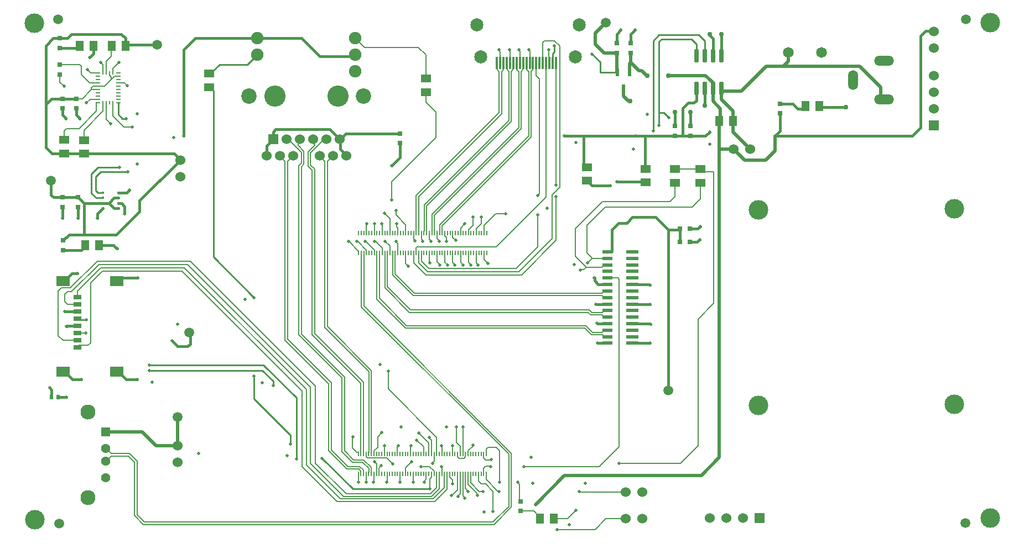
<source format=gtl>
G04*
G04 #@! TF.GenerationSoftware,Altium Limited,Altium Designer,24.2.2 (26)*
G04*
G04 Layer_Physical_Order=1*
G04 Layer_Color=255*
%FSLAX44Y44*%
%MOMM*%
G71*
G04*
G04 #@! TF.SameCoordinates,645CA30E-D4FA-4833-928D-5676ED25105E*
G04*
G04*
G04 #@! TF.FilePolarity,Positive*
G04*
G01*
G75*
%ADD12C,0.5080*%
%ADD14C,0.2540*%
%ADD18R,0.2000X0.7000*%
%ADD19R,0.8000X0.8000*%
%ADD20R,1.2000X1.5000*%
%ADD21R,0.3000X1.9000*%
%ADD22R,0.8000X0.8000*%
%ADD23R,1.5000X1.2000*%
%ADD24R,1.8500X0.6000*%
%ADD25R,1.6500X0.6000*%
%ADD26R,0.6000X0.7000*%
%ADD27R,0.6000X1.2500*%
%ADD28R,1.2000X0.8000*%
%ADD29R,2.0000X1.5000*%
G04:AMPARAMS|DCode=30|XSize=1.97mm|YSize=0.6mm|CornerRadius=0.075mm|HoleSize=0mm|Usage=FLASHONLY|Rotation=270.000|XOffset=0mm|YOffset=0mm|HoleType=Round|Shape=RoundedRectangle|*
%AMROUNDEDRECTD30*
21,1,1.9700,0.4500,0,0,270.0*
21,1,1.8200,0.6000,0,0,270.0*
1,1,0.1500,-0.2250,-0.9100*
1,1,0.1500,-0.2250,0.9100*
1,1,0.1500,0.2250,0.9100*
1,1,0.1500,0.2250,-0.9100*
%
%ADD30ROUNDEDRECTD30*%
%ADD31R,0.6750X0.2500*%
%ADD32R,0.2500X0.5750*%
%ADD33R,0.4000X0.4000*%
%ADD66C,1.5000*%
%ADD68C,0.3810*%
%ADD69C,0.2032*%
%ADD70O,3.0160X1.5080*%
%ADD71O,1.5080X3.0160*%
%ADD72C,1.5240*%
%ADD73R,1.5240X1.5240*%
%ADD74C,3.2512*%
%ADD75C,1.9050*%
%ADD76C,2.3622*%
%ADD77C,1.9950*%
%ADD78C,1.6500*%
%ADD79C,1.4280*%
%ADD80R,1.5240X1.5240*%
%ADD81C,2.3000*%
%ADD82R,1.4280X1.4280*%
%ADD83C,0.5080*%
%ADD84C,3.0000*%
%ADD85C,0.7620*%
%ADD86C,3.0000*%
D12*
X1177290Y725612D02*
Y739140D01*
X1169228Y717550D02*
X1177290Y725612D01*
X1169228Y717550D02*
X1286510D01*
X1143000D02*
X1169228D01*
X1104900Y679450D02*
X1143000Y717550D01*
X1318466Y671059D02*
Y685594D01*
X1286510Y717550D02*
X1318466Y685594D01*
Y671059D02*
X1323085Y666440D01*
X1323340D01*
X1061720Y683960D02*
Y692080D01*
Y664210D02*
Y683960D01*
X132410Y156920D02*
X188520D01*
X1074420Y683960D02*
Y685230D01*
Y679910D02*
Y683960D01*
X952602Y711172D02*
X960195Y703580D01*
X960882D01*
X935990Y723900D02*
X948718Y711172D01*
X952602D01*
X1043940Y90170D02*
X1071540Y117770D01*
X834390Y90170D02*
X1043940D01*
X789940Y45720D02*
X834390Y90170D01*
X1071540Y117770D02*
Y590550D01*
X188520Y156920D02*
X209550Y135890D01*
X242570D01*
Y180340D01*
X1142564Y574040D02*
X1156970Y588446D01*
Y610870D01*
X1109980Y574040D02*
X1142564D01*
X1093470Y590550D02*
X1109980Y574040D01*
X1092200Y617220D02*
X1118870Y590550D01*
X1092200Y617220D02*
Y631190D01*
X1092540Y631530D02*
Y633730D01*
X1092200Y631190D02*
X1092540Y631530D01*
X1071540Y590550D02*
Y633730D01*
Y590550D02*
X1093470D01*
X1071540Y633730D02*
X1073150Y635340D01*
Y652780D01*
X1061720Y664210D02*
X1073150Y652780D01*
X881380Y751840D02*
Y768350D01*
X897890Y784860D01*
X881380Y751840D02*
X895350Y737870D01*
X914400D01*
X924560Y671830D02*
X932180Y664210D01*
X934720D01*
X993140Y703580D02*
X1050265D01*
X1057277Y696568D01*
Y696523D02*
Y696568D01*
Y696523D02*
X1061720Y692080D01*
X1074420Y666750D02*
Y679910D01*
X1074880Y679450D01*
X1104900D01*
X934080Y721990D02*
X935990Y723900D01*
Y737870D01*
X1074420Y666750D02*
X1092540Y648630D01*
Y635000D02*
Y648630D01*
X934080Y708460D02*
Y721990D01*
X1264285Y655955D02*
X1264920Y655320D01*
X924560Y671830D02*
Y683460D01*
X914400Y737870D02*
X914720Y737550D01*
Y708780D02*
Y737550D01*
Y708780D02*
X915040Y708460D01*
D14*
X415290Y138430D02*
Y152400D01*
X359410Y208280D02*
X415290Y152400D01*
X359410Y208280D02*
Y242570D01*
X979170Y647700D02*
Y755650D01*
Y627380D02*
Y647700D01*
X980440Y646430D02*
X986790D01*
X979170Y647700D02*
X980440Y646430D01*
X979170Y755650D02*
X982980Y759460D01*
X1028592D01*
X970280Y618490D02*
Y756920D01*
X979170Y765810D01*
X373874Y259856D02*
X424180Y209550D01*
Y115570D02*
Y209550D01*
X510540Y69850D02*
X628650D01*
X463550Y116840D02*
X510540Y69850D01*
X388620Y228600D02*
Y234950D01*
X372110Y251460D02*
X388620Y234950D01*
X199390Y251460D02*
X372110D01*
X157480Y637540D02*
X163830D01*
X151520Y643500D02*
X157480Y637540D01*
X198896Y259856D02*
X373874D01*
X816250Y736870D02*
X819150Y739770D01*
Y749300D01*
X816250Y722550D02*
Y736870D01*
X306300Y720430D02*
X349082D01*
X290830Y706460D02*
X292330D01*
X306300Y720430D01*
X124460Y556260D02*
X166370D01*
X116840Y548640D02*
X124460Y556260D01*
X110490Y552450D02*
X120650Y562610D01*
X153670D01*
X297060Y425570D02*
X359410Y363220D01*
X297060Y425570D02*
Y680730D01*
X888800Y708460D02*
Y724100D01*
X876300Y736600D02*
X888800Y724100D01*
X986790Y646430D02*
X994410Y638810D01*
X151520Y643500D02*
Y662030D01*
X979170Y765810D02*
X1040130D01*
X1028592Y759460D02*
X1036320Y751732D01*
Y734630D02*
Y751732D01*
X1040130Y765810D02*
X1049020Y756920D01*
Y734630D02*
Y756920D01*
X290830Y685460D02*
X292330D01*
X297060Y680730D01*
X349082Y720430D02*
X363982Y735330D01*
X888800Y708460D02*
X915040D01*
X88900Y330630D02*
X90600Y328930D01*
X110490Y523240D02*
Y552450D01*
X116840Y527050D02*
Y548640D01*
X90600Y328930D02*
X102870D01*
X110490Y523240D02*
X117920Y515810D01*
X116840Y527050D02*
X120080Y523810D01*
X117920Y515810D02*
X127700D01*
X120080Y523810D02*
X127700D01*
D18*
X519430Y431480D02*
D03*
Y462280D02*
D03*
X523430Y431480D02*
D03*
Y462280D02*
D03*
X527430Y431480D02*
D03*
Y462280D02*
D03*
X531430Y431480D02*
D03*
Y462280D02*
D03*
X535430Y431480D02*
D03*
Y462280D02*
D03*
X539430Y431480D02*
D03*
Y462280D02*
D03*
X543430Y431480D02*
D03*
Y462280D02*
D03*
X547430Y431480D02*
D03*
Y462280D02*
D03*
X551430Y431480D02*
D03*
Y462280D02*
D03*
X555430Y431480D02*
D03*
Y462280D02*
D03*
X559430Y431480D02*
D03*
Y462280D02*
D03*
X563430Y431480D02*
D03*
Y462280D02*
D03*
X567430Y431480D02*
D03*
Y462280D02*
D03*
X571430Y431480D02*
D03*
Y462280D02*
D03*
X575430Y431480D02*
D03*
Y462280D02*
D03*
X579430Y431480D02*
D03*
Y462280D02*
D03*
X583430Y431480D02*
D03*
Y462280D02*
D03*
X587430Y431480D02*
D03*
Y462280D02*
D03*
X591430Y431480D02*
D03*
Y462280D02*
D03*
X595430Y431480D02*
D03*
Y462280D02*
D03*
X599430Y431480D02*
D03*
Y462280D02*
D03*
X603430Y431480D02*
D03*
Y462280D02*
D03*
X607430Y431480D02*
D03*
Y462280D02*
D03*
X611430Y431480D02*
D03*
Y462280D02*
D03*
X615430Y431480D02*
D03*
Y462280D02*
D03*
X619430Y431480D02*
D03*
Y462280D02*
D03*
X623430Y431480D02*
D03*
Y462280D02*
D03*
X627430Y431480D02*
D03*
Y462280D02*
D03*
X631430Y431480D02*
D03*
Y462280D02*
D03*
X635430Y431480D02*
D03*
Y462280D02*
D03*
X639430Y431480D02*
D03*
Y462280D02*
D03*
X643430Y431480D02*
D03*
Y462280D02*
D03*
X647430Y431480D02*
D03*
Y462280D02*
D03*
X651430Y431480D02*
D03*
Y462280D02*
D03*
X655430Y431480D02*
D03*
Y462280D02*
D03*
X659430Y431480D02*
D03*
Y462280D02*
D03*
X663430Y431480D02*
D03*
Y462280D02*
D03*
X667430Y431480D02*
D03*
Y462280D02*
D03*
X671430Y431480D02*
D03*
Y462280D02*
D03*
X675430Y431480D02*
D03*
Y462280D02*
D03*
X679430Y431480D02*
D03*
Y462280D02*
D03*
X683430Y431480D02*
D03*
Y462280D02*
D03*
X687430Y431480D02*
D03*
Y462280D02*
D03*
X691430Y431480D02*
D03*
Y462280D02*
D03*
X695430Y431480D02*
D03*
Y462280D02*
D03*
X699430Y431480D02*
D03*
Y462280D02*
D03*
X703430Y431480D02*
D03*
Y462280D02*
D03*
X707430Y431480D02*
D03*
Y462280D02*
D03*
X711430Y431480D02*
D03*
Y462280D02*
D03*
X715430Y431480D02*
D03*
Y462280D02*
D03*
X518810Y92710D02*
D03*
Y123510D02*
D03*
X522810Y92710D02*
D03*
Y123510D02*
D03*
X526810Y92710D02*
D03*
Y123510D02*
D03*
X530810Y92710D02*
D03*
Y123510D02*
D03*
X534810Y92710D02*
D03*
Y123510D02*
D03*
X538810Y92710D02*
D03*
Y123510D02*
D03*
X542810Y92710D02*
D03*
Y123510D02*
D03*
X546810Y92710D02*
D03*
Y123510D02*
D03*
X550810Y92710D02*
D03*
Y123510D02*
D03*
X554810Y92710D02*
D03*
Y123510D02*
D03*
X558810Y92710D02*
D03*
Y123510D02*
D03*
X562810Y92710D02*
D03*
Y123510D02*
D03*
X566810Y92710D02*
D03*
Y123510D02*
D03*
X570810Y92710D02*
D03*
Y123510D02*
D03*
X574810Y92710D02*
D03*
Y123510D02*
D03*
X578810Y92710D02*
D03*
Y123510D02*
D03*
X582810Y92710D02*
D03*
Y123510D02*
D03*
X586810Y92710D02*
D03*
Y123510D02*
D03*
X590810Y92710D02*
D03*
Y123510D02*
D03*
X594810Y92710D02*
D03*
Y123510D02*
D03*
X598810Y92710D02*
D03*
Y123510D02*
D03*
X602810Y92710D02*
D03*
Y123510D02*
D03*
X606810Y92710D02*
D03*
Y123510D02*
D03*
X610810Y92710D02*
D03*
Y123510D02*
D03*
X614810Y92710D02*
D03*
Y123510D02*
D03*
X618810Y92710D02*
D03*
Y123510D02*
D03*
X622810Y92710D02*
D03*
Y123510D02*
D03*
X626810Y92710D02*
D03*
Y123510D02*
D03*
X630810Y92710D02*
D03*
Y123510D02*
D03*
X634810Y92710D02*
D03*
Y123510D02*
D03*
X638810Y92710D02*
D03*
Y123510D02*
D03*
X642810Y92710D02*
D03*
Y123510D02*
D03*
X646810Y92710D02*
D03*
Y123510D02*
D03*
X650810Y92710D02*
D03*
Y123510D02*
D03*
X654810Y92710D02*
D03*
Y123510D02*
D03*
X658810Y92710D02*
D03*
Y123510D02*
D03*
X662810Y92710D02*
D03*
Y123510D02*
D03*
X666810Y92710D02*
D03*
Y123510D02*
D03*
X670810Y92710D02*
D03*
Y123510D02*
D03*
X674810Y92710D02*
D03*
Y123510D02*
D03*
X678810Y92710D02*
D03*
Y123510D02*
D03*
X682810Y92710D02*
D03*
Y123510D02*
D03*
X686810Y92710D02*
D03*
Y123510D02*
D03*
X690810Y92710D02*
D03*
Y123510D02*
D03*
X694810Y92710D02*
D03*
Y123510D02*
D03*
X698810Y92710D02*
D03*
Y123510D02*
D03*
X702810Y92710D02*
D03*
Y123510D02*
D03*
X706810Y92710D02*
D03*
Y123510D02*
D03*
X710810Y92710D02*
D03*
Y123510D02*
D03*
X714810Y92710D02*
D03*
Y123510D02*
D03*
D19*
X767080Y35680D02*
D03*
Y50680D02*
D03*
X1011040Y448310D02*
D03*
X1026040D02*
D03*
X1011160Y468630D02*
D03*
X1026160D02*
D03*
X1164590Y660280D02*
D03*
Y645280D02*
D03*
X62230Y760610D02*
D03*
Y745610D02*
D03*
X67310Y435730D02*
D03*
Y450730D02*
D03*
D20*
X797220Y24130D02*
D03*
X818220D02*
D03*
X1224620Y656590D02*
D03*
X1203620D02*
D03*
X122260Y443230D02*
D03*
X101260D02*
D03*
X92710Y749300D02*
D03*
X113710D02*
D03*
X1071540Y633730D02*
D03*
X1092540D02*
D03*
X162900Y749300D02*
D03*
X141900D02*
D03*
D21*
X731250Y722550D02*
D03*
X736250D02*
D03*
X741250D02*
D03*
X746250D02*
D03*
X751250D02*
D03*
X756250D02*
D03*
X761250D02*
D03*
X766250D02*
D03*
X771250D02*
D03*
X781250D02*
D03*
X791250D02*
D03*
X796250D02*
D03*
X801250D02*
D03*
X806250D02*
D03*
X811250D02*
D03*
X816250D02*
D03*
X821250D02*
D03*
X786250D02*
D03*
X776250D02*
D03*
D22*
X90170Y516650D02*
D03*
Y501650D02*
D03*
X66040Y516650D02*
D03*
Y501650D02*
D03*
X935990Y737870D02*
D03*
Y752870D02*
D03*
X914400Y737870D02*
D03*
Y752870D02*
D03*
X1027430Y610990D02*
D03*
Y625990D02*
D03*
X1003300Y610990D02*
D03*
Y625990D02*
D03*
X66040Y652900D02*
D03*
Y667900D02*
D03*
X62230Y719970D02*
D03*
Y704970D02*
D03*
X87630Y652900D02*
D03*
Y667900D02*
D03*
X582930Y614560D02*
D03*
Y599560D02*
D03*
D23*
X1042670Y560070D02*
D03*
Y539070D02*
D03*
X1003300Y560070D02*
D03*
Y539070D02*
D03*
X99060Y604520D02*
D03*
Y583520D02*
D03*
X290830Y706460D02*
D03*
Y685460D02*
D03*
X622300Y677840D02*
D03*
Y698840D02*
D03*
X958850Y539410D02*
D03*
Y560410D02*
D03*
X868680Y541950D02*
D03*
Y562950D02*
D03*
X68580Y604860D02*
D03*
Y583860D02*
D03*
D24*
X937930Y293070D02*
D03*
Y303070D02*
D03*
Y313070D02*
D03*
Y323070D02*
D03*
Y333070D02*
D03*
Y343070D02*
D03*
Y353070D02*
D03*
Y363070D02*
D03*
Y373070D02*
D03*
Y383070D02*
D03*
Y393070D02*
D03*
Y403070D02*
D03*
Y413070D02*
D03*
Y423070D02*
D03*
Y433070D02*
D03*
D25*
X900430Y293070D02*
D03*
Y323070D02*
D03*
Y353070D02*
D03*
Y363070D02*
D03*
Y373070D02*
D03*
Y383070D02*
D03*
Y393070D02*
D03*
Y403070D02*
D03*
Y413070D02*
D03*
Y423070D02*
D03*
Y433070D02*
D03*
Y313070D02*
D03*
Y303070D02*
D03*
Y343070D02*
D03*
Y333070D02*
D03*
D26*
X59690Y210820D02*
D03*
X49690D02*
D03*
D27*
X934080Y708460D02*
D03*
X915040D02*
D03*
X924560Y683460D02*
D03*
D28*
X88900Y286630D02*
D03*
Y297630D02*
D03*
Y308630D02*
D03*
Y319630D02*
D03*
Y330630D02*
D03*
Y341630D02*
D03*
Y352630D02*
D03*
Y363630D02*
D03*
D29*
X66900Y388330D02*
D03*
X148900D02*
D03*
Y249430D02*
D03*
X66900D02*
D03*
D30*
X1074420Y733360D02*
D03*
X1061720D02*
D03*
X1049020D02*
D03*
X1036320D02*
D03*
Y683960D02*
D03*
X1049020D02*
D03*
X1061720D02*
D03*
X1074420D02*
D03*
D31*
X151520Y702030D02*
D03*
Y697030D02*
D03*
Y692030D02*
D03*
Y687030D02*
D03*
Y682030D02*
D03*
Y677030D02*
D03*
Y672030D02*
D03*
Y667030D02*
D03*
Y662030D02*
D03*
X120260D02*
D03*
Y667030D02*
D03*
Y672030D02*
D03*
Y677030D02*
D03*
Y682030D02*
D03*
Y687030D02*
D03*
Y692030D02*
D03*
Y697030D02*
D03*
Y702030D02*
D03*
Y707030D02*
D03*
X151520D02*
D03*
D32*
X143390Y661400D02*
D03*
X138390D02*
D03*
X133390D02*
D03*
X128390D02*
D03*
Y707660D02*
D03*
X133390D02*
D03*
X138390D02*
D03*
X143390D02*
D03*
D33*
X151700Y499810D02*
D03*
Y507810D02*
D03*
Y515810D02*
D03*
Y523810D02*
D03*
X127700D02*
D03*
Y515810D02*
D03*
Y507810D02*
D03*
Y499810D02*
D03*
D66*
X897890Y784860D02*
D03*
X993140Y220980D02*
D03*
X242570Y180340D02*
D03*
X48260Y542290D02*
D03*
X210820Y750570D02*
D03*
X260350Y309880D02*
D03*
X1449070Y789940D02*
D03*
X1447800Y17780D02*
D03*
X60960Y16510D02*
D03*
X59690Y789940D02*
D03*
D68*
X107950Y731520D02*
X113710Y737280D01*
Y749300D01*
X868680Y541950D02*
X870180D01*
X874275Y536902D02*
Y537855D01*
X876507Y534670D02*
X904240D01*
X870180Y541950D02*
X874275Y537855D01*
Y536902D02*
X876507Y534670D01*
X882650Y353060D02*
X882655Y353065D01*
X900425D01*
X900430Y353070D01*
X959780Y541020D02*
X960120Y540680D01*
X914400Y541020D02*
X959780D01*
X1386840Y772160D02*
X1398270D01*
X1399540Y770890D01*
X1379220Y764540D02*
X1386840Y772160D01*
X1379220Y623570D02*
Y764540D01*
X1366520Y610870D02*
X1379220Y623570D01*
X1156970Y610870D02*
X1366520D01*
X883920Y323850D02*
X884264D01*
X885044Y323070D01*
X880110Y393700D02*
X880353Y393457D01*
Y388721D02*
X886004Y383070D01*
X880353Y388721D02*
Y393457D01*
X886004Y383070D02*
X900430D01*
X885044Y323070D02*
X900430D01*
X885190Y293370D02*
X885340Y293220D01*
X900280D01*
X900430Y293070D01*
X236900Y583520D02*
X246380Y574040D01*
X68920Y583520D02*
X236900D01*
X233680Y297180D02*
X242570Y288290D01*
X257810D01*
X1037246Y448310D02*
X1041056Y452120D01*
X1041400D01*
X1026040Y448310D02*
X1037246D01*
X1026160Y468630D02*
X1038516D01*
X1042326Y472440D01*
X1042670D01*
X1011100Y468570D02*
X1011160Y468630D01*
X1009890Y467360D02*
X1011100Y468570D01*
X993140Y467360D02*
X1009890D01*
X1011100Y448370D02*
Y468570D01*
X1011040Y448310D02*
X1011100Y448370D01*
X993140Y220980D02*
Y467360D01*
X938530Y486410D02*
X974090D01*
X993140Y467360D01*
X184150Y495300D02*
Y511810D01*
X246380Y574040D01*
X1036320Y683960D02*
Y685230D01*
Y665480D02*
Y683960D01*
X929640Y477520D02*
X938530Y486410D01*
X929397Y477277D02*
X929640Y477520D01*
X363982Y760730D02*
X431800D01*
X269240D02*
X363982D01*
X151700Y523810D02*
X164056D01*
X937930Y383070D02*
X964056D01*
X964856Y382270D01*
X965200D01*
X937935Y353065D02*
X965195D01*
X965200Y353060D01*
X937930Y353070D02*
X937935Y353065D01*
X965636Y323070D02*
X966126Y322580D01*
X937930Y323070D02*
X965636D01*
X966126Y322580D02*
X966470D01*
X965050Y293220D02*
X965200Y293370D01*
X938080Y293220D02*
X965050D01*
X937930Y293070D02*
X938080Y293220D01*
X906775Y467355D02*
X916697Y477277D01*
X929397D01*
X900430Y433070D02*
X905680D01*
X906775Y434165D01*
Y467355D01*
X154270Y393700D02*
X181610D01*
X164056Y523810D02*
X168566Y528320D01*
X168910D01*
X144970Y499810D02*
X151700D01*
X136970Y507810D02*
X144970Y499810D01*
X935990Y767080D02*
X942340Y773430D01*
X935990Y752870D02*
Y767080D01*
X914400Y752870D02*
Y767080D01*
X920750Y773430D01*
X582930Y577850D02*
Y599560D01*
X570230Y565150D02*
X582930Y577850D01*
X491154Y590276D02*
X500126Y581304D01*
X489966Y605790D02*
X491154Y604602D01*
Y590276D02*
Y604602D01*
X500126Y580390D02*
Y581304D01*
X251460Y742950D02*
X269240Y760730D01*
X148590Y459740D02*
X184150Y495300D01*
X251460Y610870D02*
Y742950D01*
X431800Y760730D02*
X459740Y732790D01*
X378206Y580390D02*
Y595630D01*
X388366Y605790D01*
Y616966D02*
X392430Y621030D01*
X388366Y605790D02*
Y616966D01*
X392430Y621030D02*
X474726D01*
X489966Y605790D01*
X491045D02*
X499935Y614680D01*
X489966Y605790D02*
X491045D01*
X1050410Y610990D02*
X1056640Y617220D01*
X1027430Y610990D02*
X1050410D01*
X1027430Y625990D02*
Y647700D01*
X59690Y210820D02*
X72390D01*
X49650Y210860D02*
X49690Y210820D01*
Y221746D01*
X46990Y224446D02*
X49690Y221746D01*
X46990Y224446D02*
Y224790D01*
X81340Y237490D02*
X95250D01*
X163340D02*
X180340D01*
X151400Y249430D02*
X163340Y237490D01*
X65920Y668020D02*
X66040Y667900D01*
X87630D01*
X62230Y745610D02*
X89020D01*
X62230Y760610D02*
X73540D01*
X89020Y745610D02*
X92710Y749300D01*
X1199810Y652780D02*
X1203620Y656590D01*
X1156970Y610870D02*
X1164590Y618490D01*
Y660280D02*
X1183760D01*
X1191260Y652780D01*
X1199810D01*
X1164590Y618490D02*
Y645280D01*
X957580Y610930D02*
X1003240D01*
X1003300Y610990D01*
X1015365D01*
X1027430D01*
X1003300Y625990D02*
Y647700D01*
X1015365Y610990D02*
Y653415D01*
X1023620Y661670D01*
X1032510D01*
X1036320Y665480D01*
X1049020Y657860D02*
Y685230D01*
X1056640Y764674D02*
Y767080D01*
Y764674D02*
X1061720Y759594D01*
Y734630D02*
Y759594D01*
X1074420Y734630D02*
Y767080D01*
X1224620Y656590D02*
X1225890Y655320D01*
X1264920D01*
X257810Y288290D02*
X261620Y292100D01*
X260350Y309880D02*
X261620Y308610D01*
Y292100D02*
Y308610D01*
X40640Y749300D02*
X51950Y760610D01*
X40640Y659130D02*
Y749300D01*
X51950Y760610D02*
X62230D01*
X40640Y593090D02*
Y659130D01*
X73540Y760610D02*
X80010Y767080D01*
X40640Y659130D02*
X49530Y668020D01*
X40640Y593090D02*
X49870Y583860D01*
X80010Y767080D02*
X156210D01*
X162900Y760390D01*
Y749300D02*
X164170Y750570D01*
X162900D02*
Y760390D01*
X459740Y732790D02*
X511810D01*
X514350Y735330D01*
X499935Y614680D02*
X582810D01*
X582930Y614560D01*
X164170Y750570D02*
X210820D01*
X156495Y507715D02*
X161290Y502920D01*
Y491490D02*
Y502920D01*
X119623Y485383D02*
Y491733D01*
X127700Y499810D01*
X122260Y443230D02*
X144436D01*
X149516Y438150D01*
X149860D01*
X99060Y459740D02*
X148590D01*
X151700Y507810D02*
X151795Y507715D01*
X156495D01*
X127700Y507810D02*
X136970D01*
X144970Y515810D02*
X151700D01*
X136970Y507810D02*
X144970Y515810D01*
X87630Y642964D02*
Y652900D01*
Y642964D02*
X92710Y637884D01*
Y637540D02*
Y637884D01*
X834390Y610870D02*
X863600D01*
Y567045D02*
Y610870D01*
Y567045D02*
X867695Y562950D01*
X868680D01*
X863600Y610870D02*
X943610D01*
X943670Y610930D01*
X957580D01*
Y564220D02*
Y610930D01*
Y564220D02*
X960120Y561680D01*
X73594Y319630D02*
X88900D01*
X66900Y249430D02*
X69400D01*
X72390Y318770D02*
X72734D01*
X73594Y319630D01*
X69400Y249430D02*
X81340Y237490D01*
X66900Y388330D02*
X69400D01*
X66040Y485140D02*
Y501650D01*
X90170Y516650D02*
X99060Y507760D01*
X90170Y485140D02*
Y501650D01*
X99060Y459740D02*
Y507760D01*
X119380Y485140D02*
X119623Y485383D01*
X95260Y435730D02*
X101260Y441730D01*
Y443230D01*
X71120Y637540D02*
Y637884D01*
X66040Y642964D02*
Y652900D01*
Y642964D02*
X71120Y637884D01*
X49530Y668020D02*
X65920D01*
X148900Y249430D02*
X151400D01*
X69850Y341630D02*
X88900D01*
X148900Y388330D02*
X154270Y393700D01*
X127650Y507760D02*
X127700Y507810D01*
X66040Y516650D02*
X90170D01*
X99060Y507760D02*
X127650D01*
X52310Y516650D02*
X66040D01*
X48260Y520700D02*
X52310Y516650D01*
X46990Y541020D02*
X48260Y539750D01*
Y520700D02*
Y539750D01*
X46990Y541020D02*
Y543560D01*
X68580Y583860D02*
X68920Y583520D01*
X49870Y583860D02*
X68580D01*
X69400Y388330D02*
X80877Y399807D01*
X67310Y435730D02*
X95260D01*
X80877Y399807D02*
X88657D01*
X88900Y400050D01*
X67310Y450730D02*
X76320Y459740D01*
X99060D01*
D69*
X527335Y350235D02*
Y399620D01*
X523525Y348657D02*
X749300Y122882D01*
X523525Y348657D02*
Y399620D01*
X527335D02*
Y428917D01*
X749300Y43180D02*
Y122882D01*
X527335Y350235D02*
X753110Y124460D01*
Y41602D02*
Y124460D01*
X534905Y126073D02*
Y249647D01*
X467741Y316811D02*
X534905Y249647D01*
X471551Y318389D02*
X538715Y251225D01*
Y126073D02*
Y251225D01*
X897763Y313070D02*
X900430D01*
X872363Y314499D02*
X876982Y309880D01*
X891990D01*
X895180Y313070D01*
X897763D01*
X866823Y320040D02*
X872363Y314499D01*
X876173Y340360D02*
X892470D01*
X892683Y340573D01*
X872363Y344170D02*
X876173Y340360D01*
X892085Y369975D02*
X895180Y373070D01*
X871011Y369975D02*
X890061D01*
X892085D01*
X788670D02*
X871011D01*
X662495Y59690D02*
X670810Y68005D01*
Y92710D01*
X453390Y109220D02*
Y227330D01*
X500380Y62230D02*
X629612D01*
X453390Y109220D02*
X500380Y62230D01*
X445770Y109220D02*
X496570Y58420D01*
X631190D01*
X445770Y109220D02*
Y226060D01*
X439420Y106680D02*
Y222250D01*
Y106680D02*
X491490Y54610D01*
X650810Y71690D02*
Y92710D01*
X633730Y54610D02*
X650810Y71690D01*
X491490Y54610D02*
X633730D01*
X654810Y69340D02*
Y92710D01*
X486410Y50800D02*
X636270D01*
X433070Y104140D02*
Y219710D01*
X636270Y50800D02*
X654810Y69340D01*
X433070Y104140D02*
X486410Y50800D01*
X642810Y70040D02*
Y92710D01*
X638810Y71428D02*
Y92710D01*
X629612Y62230D02*
X638810Y71428D01*
X631190Y58420D02*
X642810Y70040D01*
X627831Y104140D02*
X634794Y97177D01*
X614680Y104140D02*
X627831D01*
X634794Y92726D02*
Y97177D01*
Y92726D02*
X634810Y92710D01*
X628650Y69850D02*
Y85090D01*
X630810Y87250D02*
Y92710D01*
X628650Y85090D02*
X630810Y87250D01*
X662940Y77470D02*
Y83253D01*
X658826Y87367D02*
X662940Y83253D01*
X658826Y87367D02*
Y92694D01*
X658810Y92710D02*
X658826Y92694D01*
X619760Y80835D02*
X622810Y83885D01*
Y92710D01*
X619760Y80010D02*
Y80835D01*
X647335Y473037D02*
X783590Y609292D01*
X785766Y712115D02*
Y713345D01*
X779780Y610870D02*
Y709069D01*
X643525Y474615D02*
X779780Y610870D01*
X783590Y709939D02*
X785766Y712115D01*
Y713345D02*
Y722066D01*
X776734Y712115D02*
X779780Y709069D01*
X783590Y609292D02*
Y709939D01*
X776734Y712115D02*
Y722066D01*
X673029Y116840D02*
X680720D01*
X670810Y119059D02*
Y123510D01*
Y119059D02*
X673029Y116840D01*
X680720D02*
X682794Y118914D01*
X711430Y462280D02*
Y473940D01*
X728980Y491490D02*
X744220D01*
X711430Y473940D02*
X728980Y491490D01*
X687446Y466747D02*
X694690Y473991D01*
Y486410D01*
X687430Y462280D02*
X687446Y462296D01*
Y466747D01*
X699430Y468290D02*
X707390Y476250D01*
X699430Y462280D02*
Y468290D01*
X707390Y476250D02*
Y486410D01*
X675430Y462280D02*
Y469690D01*
X681990Y476250D01*
X663430Y455440D02*
X668020Y450850D01*
X663430Y455440D02*
Y462280D01*
X895180Y373070D02*
X900430D01*
X678810Y59060D02*
Y92710D01*
X682810Y70300D02*
Y92710D01*
X678810Y59060D02*
X681990Y55880D01*
X792480Y340360D02*
X870785D01*
X874595Y336550D02*
X891700D01*
X870785Y340360D02*
X874595Y336550D01*
X792480Y344170D02*
X872363D01*
X892683Y340573D02*
X895180Y343070D01*
X891700Y336550D02*
X895180Y333070D01*
Y343070D02*
X900430D01*
X686810Y76460D02*
Y92710D01*
X700457Y60273D02*
Y62813D01*
Y60273D02*
X701040Y59690D01*
X686810Y76460D02*
X700457Y62813D01*
X682810Y70300D02*
X687070Y66040D01*
X678810Y163635D02*
X679450Y164275D01*
X678810Y123510D02*
Y163635D01*
X679450Y164275D02*
Y165100D01*
X643525Y464843D02*
Y474615D01*
X643430Y462280D02*
Y464748D01*
X643525Y464843D01*
X647430Y462280D02*
Y464748D01*
X647335Y464843D02*
X647430Y464748D01*
X647335Y464843D02*
Y473037D01*
X785766Y722066D02*
X786250Y722550D01*
X776250D02*
X776734Y722066D01*
X546810Y92710D02*
Y107685D01*
X543560Y110935D02*
Y111760D01*
Y110935D02*
X546810Y107685D01*
X544385Y449580D02*
X545669Y448296D01*
X543560Y449580D02*
X544385D01*
X545669Y448296D02*
X546114D01*
X555430Y438980D01*
Y431480D02*
Y438980D01*
X431800Y560070D02*
Y563880D01*
Y538480D02*
Y539750D01*
Y560070D01*
Y307340D02*
Y538480D01*
X425900Y605790D02*
X429006D01*
X448310Y548640D02*
Y558317D01*
Y537210D02*
Y548640D01*
Y534670D02*
Y537210D01*
Y306070D02*
Y534670D01*
X789940Y316230D02*
X865244D01*
X872793Y308681D01*
X775970Y320040D02*
X866823D01*
X872793Y308681D02*
X875404Y306070D01*
X892180D01*
X593090Y320040D02*
X773430D01*
X591512Y316230D02*
X773430D01*
X547525Y360217D02*
X591512Y316230D01*
X551335Y361795D02*
X593090Y320040D01*
X822960Y7620D02*
X881380D01*
X897890Y24130D01*
X140505Y120015D02*
X167005D01*
X523525Y425958D02*
Y428917D01*
Y399620D02*
Y425958D01*
X523430Y429012D02*
Y431480D01*
Y429012D02*
X523525Y428917D01*
X725170Y19050D02*
X749300Y43180D01*
X180340Y30480D02*
X191770Y19050D01*
X725170D01*
X168583Y123825D02*
X180340Y112068D01*
Y30480D02*
Y112068D01*
X527335Y428917D02*
X527430Y429012D01*
Y431480D01*
X726748Y15240D02*
X753110Y41602D01*
X190192Y15240D02*
X726748D01*
X167005Y120015D02*
X176530Y110490D01*
Y28902D02*
Y110490D01*
Y28902D02*
X190192Y15240D01*
X132410Y111920D02*
X140505Y120015D01*
Y123825D02*
X168583D01*
X132410Y131920D02*
X140505Y123825D01*
X669290Y140970D02*
Y165100D01*
X630810Y123510D02*
Y144335D01*
X627380Y147765D02*
X630810Y144335D01*
X627380Y147765D02*
Y148590D01*
X611356Y155426D02*
X626810Y139972D01*
Y123510D02*
Y139972D01*
X590810Y92710D02*
Y101860D01*
X600710Y111760D01*
X632460Y109220D02*
Y110045D01*
X634810Y112395D01*
Y123510D01*
X564642Y222758D02*
X638810Y148590D01*
Y123510D02*
Y148590D01*
X646794Y92726D02*
Y103268D01*
X646430Y103632D02*
X646794Y103268D01*
Y92726D02*
X646810Y92710D01*
X682794Y118914D02*
Y123494D01*
X618794Y123526D02*
Y134316D01*
X608330Y144780D02*
X618794Y134316D01*
Y123526D02*
X618810Y123510D01*
X669290Y140970D02*
X674810Y135450D01*
X694107Y135258D02*
Y136577D01*
X694690Y137160D01*
X686826Y127977D02*
X694107Y135258D01*
X674810Y123510D02*
Y135450D01*
X564642Y222758D02*
Y250190D01*
X858520Y405130D02*
X859028Y405638D01*
X864108D01*
X725170Y35560D02*
Y66040D01*
X713740Y77470D02*
X725170Y66040D01*
X818220Y24130D02*
X839470D01*
X852170Y36830D01*
X859345Y64770D02*
X928370D01*
X857250Y66040D02*
X858075D01*
X859345Y64770D01*
X897890Y24130D02*
X928370D01*
X738155Y644852D02*
Y709504D01*
X611335Y464843D02*
Y518032D01*
X738155Y644852D01*
X611335Y464843D02*
X611430Y464748D01*
Y462280D02*
Y464748D01*
X740766Y722066D02*
X741250Y722550D01*
X740766Y712115D02*
Y722066D01*
X738155Y709504D02*
X740766Y712115D01*
X607525Y464843D02*
Y519610D01*
X734345Y646430D01*
X607430Y464748D02*
X607525Y464843D01*
X607430Y462280D02*
Y464748D01*
X731250Y722550D02*
X731734Y722066D01*
Y712115D02*
Y722066D01*
X734345Y646430D02*
Y709504D01*
X731734Y712115D02*
X734345Y709504D01*
X619525Y464843D02*
Y504876D01*
X753155Y633117D02*
Y702310D01*
X623335Y503298D02*
X753155Y633117D01*
X623335Y464843D02*
Y503298D01*
X619525Y504876D02*
X749345Y634696D01*
X635335Y489172D02*
X768155Y621992D01*
X631525Y490750D02*
X764345Y623570D01*
X635335Y464843D02*
Y489172D01*
X631525Y464843D02*
Y490750D01*
X749345Y701040D02*
Y702310D01*
Y634696D02*
Y695960D01*
Y707390D02*
Y709504D01*
X619430Y464748D02*
X619525Y464843D01*
X619430Y462280D02*
Y464748D01*
X746734Y712115D02*
Y722066D01*
Y712115D02*
X749345Y709504D01*
X746250Y722550D02*
X746734Y722066D01*
X749345Y695960D02*
Y701040D01*
X753155Y702310D02*
Y707390D01*
X749345Y702310D02*
Y707390D01*
X753155D02*
Y709504D01*
X623430Y462280D02*
Y464748D01*
X623335Y464843D02*
X623430Y464748D01*
X755766Y722066D02*
X756250Y722550D01*
X753155Y709504D02*
X755766Y712115D01*
Y722066D01*
X570230Y541020D02*
X637540Y608330D01*
X605207Y449941D02*
Y450765D01*
X603430Y452542D02*
Y462280D01*
Y452542D02*
X605207Y450765D01*
X576580Y489395D02*
X591430Y474545D01*
Y462280D02*
Y474545D01*
X732790Y66040D02*
X734060D01*
X714810Y84020D02*
X732790Y66040D01*
X714810Y84020D02*
Y92710D01*
X707390Y77470D02*
X713740D01*
X702810Y82050D02*
X707390Y77470D01*
X702810Y82050D02*
Y92710D01*
X796190Y23100D02*
Y26660D01*
X767080Y35680D02*
X787170D01*
X796190Y26660D01*
X765810Y51950D02*
Y76645D01*
Y51950D02*
X767080Y50680D01*
X682794Y123494D02*
X682810Y123510D01*
X763270Y79185D02*
Y80010D01*
Y79185D02*
X765810Y76645D01*
X735330Y80010D02*
Y128270D01*
X730250Y133350D02*
X735330Y128270D01*
X717550Y133350D02*
X730250D01*
X714810Y130610D02*
X717550Y133350D01*
X714810Y123510D02*
Y130610D01*
X713740Y114300D02*
X722122D01*
X710810Y117230D02*
X713740Y114300D01*
X710810Y117230D02*
Y123510D01*
X722122Y114300D02*
X722630Y114808D01*
X787400Y366165D02*
X788670D01*
X787400Y369975D02*
X788670D01*
Y366165D02*
X797560D01*
X602845D02*
X787400D01*
X604423Y369975D02*
X787400D01*
X782320Y340360D02*
X792480D01*
X782320Y344170D02*
X792480D01*
X597317Y340360D02*
X782320D01*
X598895Y344170D02*
X782320D01*
X778510Y316230D02*
X789940D01*
X775970D02*
X778510D01*
X773430D02*
X775970D01*
X773430Y320040D02*
X775970D01*
X441960Y564667D02*
X448310Y558317D01*
X797560Y366165D02*
X830580D01*
X892085D01*
X892180Y306070D02*
X895180Y303070D01*
X900430D01*
X551335Y361795D02*
Y428917D01*
X504381Y448997D02*
X519430Y433948D01*
X503942Y448997D02*
X504381D01*
X579430Y431480D02*
Y445905D01*
X576580Y448755D02*
Y449580D01*
Y448755D02*
X579430Y445905D01*
X519430Y431480D02*
Y433948D01*
X516890Y449580D02*
X517473Y448997D01*
X531414Y431496D02*
X531430Y431480D01*
X531414Y431496D02*
Y435947D01*
X518364Y448997D02*
X531414Y435947D01*
X517473Y448997D02*
X518364D01*
X529781Y449580D02*
X543414Y435947D01*
X529590Y449580D02*
X529781D01*
X543414Y431496D02*
Y435947D01*
X560070Y449580D02*
X567430Y442220D01*
Y431480D02*
Y442220D01*
X591430Y415680D02*
X595630Y411480D01*
X591430Y415680D02*
Y431480D01*
X622046Y397764D02*
X768604D01*
X624840Y402590D02*
X764540D01*
X611430Y416000D02*
Y431480D01*
X603430Y416380D02*
X622046Y397764D01*
X611430Y416000D02*
X624840Y402590D01*
X603430Y416380D02*
Y431480D01*
X768604Y397764D02*
X821690Y450850D01*
X764540Y402590D02*
X815340Y453390D01*
X615446Y418642D02*
X626418Y407670D01*
X760730D02*
X793750Y440690D01*
X626418Y407670D02*
X760730D01*
X627430Y418605D02*
X628650Y417385D01*
X627430Y418605D02*
Y431480D01*
X628650Y416560D02*
Y417385D01*
X764345Y623570D02*
Y709504D01*
X768155Y621992D02*
Y709504D01*
X427990Y305762D02*
Y565458D01*
X542810Y123510D02*
Y127961D01*
X548640Y133791D01*
Y149860D02*
X554990Y156210D01*
X548640Y133791D02*
Y149860D01*
X502920Y104140D02*
X521219D01*
X526794Y98566D01*
X501342Y100330D02*
X519641D01*
X522794Y92726D02*
Y97177D01*
X526794Y92726D02*
Y98566D01*
Y92726D02*
X526810Y92710D01*
X519641Y100330D02*
X522794Y97177D01*
Y92726D02*
X522810Y92710D01*
X473710Y127962D02*
X501342Y100330D01*
X477520Y129540D02*
X502920Y104140D01*
X452120Y307648D02*
Y537210D01*
X471551Y318389D02*
Y572135D01*
X534810Y123510D02*
Y125978D01*
X534905Y126073D01*
X538810Y123510D02*
Y125978D01*
X538715Y126073D02*
X538810Y125978D01*
X530810Y123510D02*
X530826Y123494D01*
X510232Y110490D02*
X525481D01*
X532653Y117216D02*
X562234D01*
X530826Y119043D02*
X532653Y117216D01*
X497840Y128270D02*
X511810Y114300D01*
X530826Y119043D02*
Y123494D01*
X530794D02*
X530810Y123510D01*
X527060Y114300D02*
X538715Y102645D01*
X511810Y114300D02*
X527060D01*
X525481Y110490D02*
X534905Y101066D01*
X494030Y126692D02*
X510232Y110490D01*
X467741Y316811D02*
Y572135D01*
X459486Y580390D02*
X467741Y572135D01*
X471551D02*
X479806Y580390D01*
X431800Y569268D02*
Y585783D01*
X427990Y565458D02*
X431800Y569268D01*
X411792Y605790D02*
X431800Y585783D01*
X427990Y305762D02*
X494030Y239722D01*
Y126692D02*
Y239722D01*
X534810Y95178D02*
X534905Y95273D01*
Y101066D01*
X534810Y92710D02*
Y95178D01*
X408686Y605790D02*
X411792D01*
X431800Y563880D02*
X435610Y567690D01*
Y587361D01*
X426658Y596312D02*
X435610Y587361D01*
X431800Y307340D02*
X497840Y241300D01*
Y128270D02*
Y241300D01*
X538715Y95273D02*
Y102645D01*
X538810Y92710D02*
Y95178D01*
X538715Y95273D02*
X538810Y95178D01*
X425900Y605790D02*
X426658Y605031D01*
Y596312D02*
Y605031D01*
X571525Y397485D02*
X602845Y366165D01*
X571525Y397485D02*
Y409734D01*
X892085Y366165D02*
X895180Y363070D01*
X900430D01*
X571430Y429012D02*
Y431480D01*
Y429012D02*
X571525Y428917D01*
Y409734D02*
X571525Y409734D01*
X571525Y409734D02*
Y428917D01*
X575430Y429012D02*
Y431480D01*
X575335Y428917D02*
X575430Y429012D01*
X575335Y411312D02*
X575335Y411312D01*
X575335Y411312D02*
Y428917D01*
X575335Y399063D02*
Y411312D01*
Y399063D02*
X604423Y369975D01*
X441960Y564667D02*
Y586241D01*
X522905Y126073D02*
Y231475D01*
X452120Y307648D02*
X526715Y233053D01*
Y126073D02*
Y233053D01*
X448310Y306070D02*
X522905Y231475D01*
X449326Y605790D02*
X452075D01*
X451853Y605568D02*
X452075Y605790D01*
X451853Y598173D02*
Y605568D01*
Y598173D02*
X452031Y597996D01*
Y596312D02*
Y597996D01*
X441960Y586241D02*
X452031Y596312D01*
X466897Y605790D02*
X469646D01*
X445770Y584663D02*
X466897Y605790D01*
X445770Y566245D02*
Y584663D01*
X452120Y537210D02*
Y559895D01*
X445770Y566245D02*
X452120Y559895D01*
X526810Y123510D02*
Y125978D01*
X522810Y123510D02*
Y125978D01*
X526715Y126073D02*
X526810Y125978D01*
X522810D02*
X522905Y126073D01*
X252730Y408940D02*
X439420Y222250D01*
X410591Y299339D02*
X477520Y232410D01*
X261620Y419100D02*
X453390Y227330D01*
X473710Y127962D02*
Y230832D01*
X406781Y297761D02*
X473710Y230832D01*
X257810Y414020D02*
X445770Y226060D01*
X248920Y403860D02*
X433070Y219710D01*
X477520Y129540D02*
Y232410D01*
X553720Y104585D02*
Y105410D01*
X550810Y101675D02*
X553720Y104585D01*
X550810Y92710D02*
Y101675D01*
X509957Y147249D02*
Y149277D01*
X510540Y149860D01*
X509853Y147146D02*
X509957Y147249D01*
X406781Y297761D02*
Y572135D01*
X398526Y580390D02*
X406781Y572135D01*
X518810Y81455D02*
X519430Y80835D01*
Y80010D02*
Y80835D01*
X518810Y81455D02*
Y92710D01*
X410591Y572135D02*
X418846Y580390D01*
X410591Y299339D02*
Y572135D01*
X509853Y132687D02*
X516546Y125994D01*
X509853Y132687D02*
Y147146D01*
X547525Y360217D02*
Y428917D01*
X563335Y379730D02*
X598895Y344170D01*
X563335Y379730D02*
Y426869D01*
X559525Y378152D02*
Y426869D01*
Y378152D02*
X597317Y340360D01*
X806450Y516890D02*
Y722350D01*
X796290Y522144D02*
Y698500D01*
X791210Y703580D02*
X796290Y698500D01*
X635430Y462280D02*
Y464748D01*
X635335Y464843D02*
X635430Y464748D01*
X631430Y462280D02*
Y464748D01*
X631525Y464843D01*
X770766Y722066D02*
X771250Y722550D01*
X770766Y712115D02*
Y722066D01*
X768155Y709504D02*
X770766Y712115D01*
X761250Y722550D02*
X761734Y722066D01*
Y712115D02*
Y722066D01*
Y712115D02*
X764345Y709504D01*
X547430Y429012D02*
X547525Y428917D01*
X547430Y429012D02*
Y431480D01*
X551430Y429012D02*
Y431480D01*
X551335Y428917D02*
X551430Y429012D01*
X918210Y134620D02*
Y391160D01*
X916300Y393070D02*
X918210Y391160D01*
X887730Y104140D02*
X918210Y134620D01*
X895180Y333070D02*
X900430D01*
X563335Y426869D02*
X563430Y426964D01*
Y431480D01*
X559430Y426964D02*
X559525Y426869D01*
X559430Y426964D02*
Y431480D01*
X711430Y421410D02*
X717550Y415290D01*
X711430Y421410D02*
Y431480D01*
X543414Y431496D02*
X543430Y431480D01*
Y462280D02*
X543446Y462296D01*
Y476136D01*
X543560Y476250D01*
X651430Y462280D02*
X651446Y462264D01*
Y457739D02*
Y462264D01*
X558800Y492760D02*
X567430Y484130D01*
Y462280D02*
Y484130D01*
X577925Y471135D02*
Y475667D01*
X577342Y476250D02*
X577925Y475667D01*
X703580Y66040D02*
X709930D01*
X690810Y78810D02*
X703580Y66040D01*
X674794Y62209D02*
Y92694D01*
X671830Y59245D02*
X674794Y62209D01*
X671830Y58420D02*
Y59245D01*
X661670Y59690D02*
X662495D01*
X562234Y117216D02*
X571500Y107950D01*
X558805Y123515D02*
Y135885D01*
X578810Y123510D02*
Y133485D01*
X580390Y135065D01*
Y135890D01*
X558800D02*
X558805Y135885D01*
X518810Y123510D02*
Y125978D01*
X516546Y125994D02*
X518794D01*
X518810Y125978D01*
X602826Y80434D02*
X603038Y80222D01*
X602826Y80434D02*
Y92694D01*
X686826Y123526D02*
Y127977D01*
X637540Y608330D02*
Y647700D01*
X793750Y519604D02*
X796290Y522144D01*
X793750Y519430D02*
Y519604D01*
X617220Y449580D02*
Y450405D01*
X615430Y452195D02*
X617220Y450405D01*
X615430Y452195D02*
Y462280D01*
X627430Y452895D02*
X629920Y450405D01*
X627430Y452895D02*
Y462280D01*
X629920Y449580D02*
Y450405D01*
X639430Y453595D02*
Y462280D01*
X642620Y449580D02*
Y450405D01*
X639430Y453595D02*
X642620Y450405D01*
X651446Y457739D02*
X654017Y455168D01*
Y449613D02*
Y455168D01*
Y449613D02*
X654050Y449580D01*
X793750Y440690D02*
Y490220D01*
X815340Y453390D02*
Y520392D01*
X821690Y450850D02*
Y518160D01*
X675430Y417024D02*
X679450Y413004D01*
X643890D02*
Y413424D01*
X690880Y413004D02*
Y413575D01*
X675430Y417024D02*
Y431480D01*
X639430Y417883D02*
Y431480D01*
X651430Y417148D02*
Y431480D01*
X702310Y413004D02*
Y413575D01*
X651430Y417148D02*
X655189Y413389D01*
X666750Y413004D02*
Y413575D01*
X655189Y413004D02*
Y413389D01*
X639430Y417883D02*
X643890Y413424D01*
X615446Y418642D02*
Y431464D01*
X1003300Y560070D02*
X1042670D01*
X1046480Y556260D01*
X1062990Y354330D02*
Y555070D01*
X1046480Y556260D02*
X1061800D01*
X1062990Y555070D01*
X1038860Y330200D02*
X1062990Y354330D01*
X1038860Y135890D02*
Y330200D01*
X1042670Y514350D02*
Y539070D01*
X1029970Y501650D02*
X1042670Y514350D01*
X1003300Y518160D02*
Y539070D01*
X995680Y510540D02*
X1003300Y518160D01*
X686810Y123510D02*
X686826Y123526D01*
X772668Y104140D02*
X887730D01*
X772160Y103632D02*
X772668Y104140D01*
X868680Y473710D02*
X896620Y501650D01*
X869950Y416560D02*
X876460Y423070D01*
X877410D01*
X868045Y409575D02*
X892006D01*
X850900Y468630D02*
X892810Y510540D01*
X868680Y431800D02*
X877410Y423070D01*
X850900Y426720D02*
Y468630D01*
Y426720D02*
X868045Y409575D01*
X864108Y405638D02*
X868045Y409575D01*
X868680Y431800D02*
Y473710D01*
X895180Y413070D02*
X900430D01*
X892006Y409575D02*
X893196Y410765D01*
Y411086D01*
X895180Y413070D01*
X896620Y501650D02*
X1029970D01*
X877410Y423070D02*
X900430D01*
X892810Y510540D02*
X995680D01*
X900430Y393070D02*
X916300D01*
X576580Y489395D02*
Y496570D01*
X1012190Y109220D02*
X1038860Y135890D01*
X918210Y109220D02*
X1012190D01*
X720777Y104215D02*
X721360Y103632D01*
X713815Y104215D02*
X720777D01*
X710810Y101210D02*
X713815Y104215D01*
X608620Y440690D02*
X730250D01*
X806450Y516890D01*
X607430Y431480D02*
Y439500D01*
X608620Y440690D01*
X815340Y520392D02*
X827278Y532330D01*
X699430Y416455D02*
Y431480D01*
Y416455D02*
X702310Y413575D01*
X615430Y431480D02*
X615446Y431464D01*
X577925Y471135D02*
X579414Y469646D01*
X570230Y513080D02*
Y541020D01*
X579414Y462296D02*
Y469646D01*
X766250Y722550D02*
Y740415D01*
X764540Y742125D02*
X766250Y740415D01*
X764540Y742125D02*
Y742950D01*
X160020Y624840D02*
X172720D01*
X119380Y419100D02*
X261620D01*
X827278Y532330D02*
Y748715D01*
X803910Y756920D02*
X819073D01*
X827278Y748715D01*
X528320Y746760D02*
X610870D01*
X514350Y760730D02*
X528320Y746760D01*
X530826Y80044D02*
Y92694D01*
Y80044D02*
X530860Y80010D01*
X582826Y80114D02*
Y92694D01*
X582810Y92710D02*
X582826Y92694D01*
Y80114D02*
X582930Y80010D01*
X602810Y92710D02*
X602826Y92694D01*
X78316Y378036D02*
X119380Y419100D01*
X124460Y408940D02*
X252730D01*
X121920Y414020D02*
X257810D01*
X127000Y403860D02*
X248920D01*
X791210Y703580D02*
Y722510D01*
X791250Y722550D01*
X806250D02*
X806450Y722350D01*
X810260Y742950D02*
X810766Y742444D01*
Y723034D02*
Y742444D01*
X821470Y536160D02*
Y722330D01*
Y536160D02*
X821690Y535940D01*
X821250Y722550D02*
X821470Y722330D01*
X801250Y754260D02*
X803910Y756920D01*
X801250Y722550D02*
Y754260D01*
X810766Y723034D02*
X811250Y722550D01*
X734060Y742125D02*
Y742950D01*
X736250Y722550D02*
Y739935D01*
X734060Y742125D02*
X736250Y739935D01*
X750910Y722890D02*
Y742610D01*
Y722890D02*
X751250Y722550D01*
X750570Y742950D02*
X750910Y742610D01*
X779780Y742125D02*
Y742950D01*
X781250Y722550D02*
Y740655D01*
X779780Y742125D02*
X781250Y740655D01*
X710810Y92710D02*
Y101210D01*
X598810Y134435D02*
X599440Y135065D01*
Y135890D01*
X598810Y123510D02*
Y134435D01*
X1041170Y539070D02*
X1042670D01*
X102870Y661670D02*
X108230Y667030D01*
X120260D01*
X530810Y92710D02*
X530826Y92694D01*
X542290Y80010D02*
X542794Y80514D01*
Y92694D01*
X542810Y92710D01*
X562794Y92694D02*
X562810Y92710D01*
X562610Y80010D02*
X562794Y80194D01*
Y92694D01*
X558805Y123515D02*
X558810Y123510D01*
X120260Y687030D02*
X130836D01*
X140996Y697190D01*
X138556Y703454D02*
Y707494D01*
Y703454D02*
X138840Y703170D01*
Y703170D02*
Y703170D01*
X138390Y707660D02*
X138556Y707494D01*
X138840Y703170D02*
X140996Y701014D01*
X62230Y719970D02*
X92830D01*
X62230Y693420D02*
Y704970D01*
X87630Y667900D02*
X96400D01*
X62230Y693420D02*
X68580Y687070D01*
X120220D02*
X120260Y687030D01*
X151520Y692030D02*
X160887D01*
X143390Y641470D02*
Y661400D01*
X124460Y723857D02*
Y723900D01*
Y723857D02*
X128390Y719927D01*
Y707660D02*
Y719927D01*
X133390Y707660D02*
Y725210D01*
X140970Y732790D01*
X108070Y692030D02*
X120260D01*
X92830Y719970D02*
X95250Y717550D01*
Y704850D02*
Y717550D01*
Y704850D02*
X108070Y692030D01*
X104140Y712470D02*
X109580Y707030D01*
X120260D01*
X110530Y682030D02*
X120260D01*
X96400Y667900D02*
X110530Y682030D01*
X113030Y687070D02*
X120220D01*
X110530Y684570D02*
X113030Y687070D01*
X110530Y682030D02*
Y684570D01*
X143390Y707660D02*
Y714607D01*
X152541Y723759D01*
X145836Y702030D02*
X151520D01*
X140996Y697190D02*
X145836Y702030D01*
X140996Y697190D02*
Y701014D01*
X140970Y749640D02*
X141900Y750570D01*
X140970Y732790D02*
Y749640D01*
X133390Y636230D02*
X139700Y629920D01*
X128270Y648970D02*
Y661280D01*
X128390Y661400D01*
X133390Y636230D02*
Y661400D01*
X579414Y462296D02*
X579430Y462280D01*
X554990Y476250D02*
X555414Y475826D01*
X531430Y462280D02*
Y474725D01*
X532130Y475425D01*
Y476250D01*
X555414Y462296D02*
Y475826D01*
Y462296D02*
X555430Y462280D01*
X663430Y416895D02*
Y431480D01*
Y416895D02*
X666750Y413575D01*
X687430Y417025D02*
Y431480D01*
Y417025D02*
X690880Y413575D01*
X160887Y692030D02*
X164577Y688340D01*
X165100D01*
X646430Y135890D02*
X646794Y135526D01*
Y123526D02*
Y135526D01*
Y123526D02*
X646810Y123510D01*
X674794Y92694D02*
X674810Y92710D01*
X690810Y78810D02*
Y92710D01*
X662810Y123510D02*
X662826Y123526D01*
Y135776D01*
X662940Y135890D01*
X118135Y662030D02*
X120260D01*
X143390Y641470D02*
X160020Y624840D01*
X99060Y604520D02*
Y619760D01*
X91440Y622300D02*
X117901Y648761D01*
X99060Y619760D02*
X128270Y648970D01*
X117901Y648761D02*
Y661796D01*
X118135Y662030D01*
X622300Y662940D02*
Y677840D01*
Y662940D02*
X637540Y647700D01*
X821690Y535940D02*
X821985Y536235D01*
X610870Y746760D02*
X622300Y735330D01*
Y698840D02*
Y735330D01*
X88900Y308630D02*
X89061Y308469D01*
X88900Y286630D02*
X91884Y289614D01*
X89061Y308469D02*
X101459D01*
X73660Y353060D02*
X88470D01*
X88900Y352630D01*
X59690Y304800D02*
Y373380D01*
X64346Y378036D01*
X59690Y304800D02*
X66860Y297630D01*
X69850Y356870D02*
Y368300D01*
Y356870D02*
X73660Y353060D01*
X64346Y378036D02*
X78316D01*
X69850Y368300D02*
X73660Y372110D01*
X80010D01*
X121920Y414020D01*
X88900Y373380D02*
X124460Y408940D01*
X109220Y386080D02*
X127000Y403860D01*
X72390Y622300D02*
X91440D01*
X91884Y289614D02*
X105464D01*
X109220Y293370D01*
X66860Y297630D02*
X88900D01*
Y363630D02*
Y373380D01*
X109220Y293370D02*
Y386080D01*
X68580Y618490D02*
X72390Y622300D01*
X68580Y604860D02*
Y618490D01*
D70*
X1323340Y666440D02*
D03*
Y726440D02*
D03*
D71*
X1276340Y696440D02*
D03*
D72*
X1056640Y25400D02*
D03*
X1082040D02*
D03*
X1107440D02*
D03*
X928370Y64770D02*
D03*
X953770D02*
D03*
X928370Y24130D02*
D03*
X953770D02*
D03*
X489966Y605790D02*
D03*
X500126Y580390D02*
D03*
X378206D02*
D03*
X418846D02*
D03*
X398526D02*
D03*
X429006Y605790D02*
D03*
X408686D02*
D03*
X469646D02*
D03*
X449326D02*
D03*
X479806Y580390D02*
D03*
X459486D02*
D03*
X242570Y110490D02*
D03*
Y135890D02*
D03*
X1399540Y652780D02*
D03*
Y678180D02*
D03*
Y703580D02*
D03*
Y770890D02*
D03*
Y745490D02*
D03*
X1093470Y590550D02*
D03*
X1118870D02*
D03*
X246380Y574040D02*
D03*
Y548640D02*
D03*
D73*
X1132840Y25400D02*
D03*
X388366Y605790D02*
D03*
D74*
X390906Y671830D02*
D03*
X487426D02*
D03*
D75*
X363982Y735330D02*
D03*
Y760730D02*
D03*
X514350Y709930D02*
D03*
Y735330D02*
D03*
Y760730D02*
D03*
D76*
X351282Y671830D02*
D03*
X527050D02*
D03*
D77*
X851250Y731550D02*
D03*
X706250D02*
D03*
X857250Y781050D02*
D03*
X700250D02*
D03*
D78*
X1228090Y739140D02*
D03*
X1177290D02*
D03*
D79*
X132410Y111920D02*
D03*
Y131920D02*
D03*
Y86920D02*
D03*
D80*
X1399540Y627380D02*
D03*
D81*
X105310Y56220D02*
D03*
Y187620D02*
D03*
D82*
X132410Y156920D02*
D03*
D83*
X866140Y78740D02*
D03*
X842010Y15240D02*
D03*
X711200Y34290D02*
D03*
X107950Y731520D02*
D03*
X203200Y233680D02*
D03*
X552450Y260350D02*
D03*
X372110Y232410D02*
D03*
X654050Y165100D02*
D03*
X849630Y414020D02*
D03*
X786130Y78740D02*
D03*
X783590Y118110D02*
D03*
X614680Y104140D02*
D03*
X662940Y77470D02*
D03*
X619760Y80010D02*
D03*
X694690Y486410D02*
D03*
X707390D02*
D03*
X681990Y476250D02*
D03*
X668020Y450850D02*
D03*
X882650Y353060D02*
D03*
X543560Y111760D02*
D03*
X822960Y7620D02*
D03*
X979170Y627380D02*
D03*
X970280Y618490D02*
D03*
X669290Y165100D02*
D03*
X679450D02*
D03*
X627380Y148590D02*
D03*
X611356Y155426D02*
D03*
X632460Y109220D02*
D03*
X646430Y103632D02*
D03*
X600710Y111760D02*
D03*
X608330Y144780D02*
D03*
X694690Y137160D02*
D03*
X858520Y405130D02*
D03*
X883920Y323850D02*
D03*
X725170Y35560D02*
D03*
X852170Y36830D02*
D03*
X605207Y449941D02*
D03*
X857250Y66040D02*
D03*
X734060D02*
D03*
X763270Y80010D02*
D03*
X735330D02*
D03*
X880110Y393700D02*
D03*
X503942Y448997D02*
D03*
X576580Y449580D02*
D03*
X516890D02*
D03*
X529590D02*
D03*
X543560D02*
D03*
X560070D02*
D03*
X595630Y411480D02*
D03*
X628650Y416560D02*
D03*
X554990Y156210D02*
D03*
X510540Y149860D02*
D03*
X519430Y80010D02*
D03*
X388620Y228600D02*
D03*
X885190Y293370D02*
D03*
X717550Y415290D02*
D03*
X543560Y476250D02*
D03*
X628650Y69850D02*
D03*
X558800Y492760D02*
D03*
X577342Y476250D02*
D03*
X701040Y59690D02*
D03*
X709930Y66040D02*
D03*
X687070D02*
D03*
X681990Y55880D02*
D03*
X671830Y58420D02*
D03*
X661670Y59690D02*
D03*
X571500Y107950D02*
D03*
X580390Y135890D02*
D03*
X558800D02*
D03*
X722630Y114808D02*
D03*
X603038Y80222D02*
D03*
X584200Y165100D02*
D03*
X1056640Y598170D02*
D03*
X852170Y600710D02*
D03*
X744220Y491490D02*
D03*
X807720Y500380D02*
D03*
X233680Y297180D02*
D03*
X1041400Y452120D02*
D03*
X1042670Y472440D02*
D03*
X180340Y645160D02*
D03*
X939800Y590550D02*
D03*
X242570Y322580D02*
D03*
X274320Y124460D02*
D03*
X961390Y643890D02*
D03*
X345440Y360680D02*
D03*
X180340Y567690D02*
D03*
X410210Y120650D02*
D03*
X236220Y608330D02*
D03*
X965200Y382270D02*
D03*
Y353060D02*
D03*
X966470Y322580D02*
D03*
X965200Y293370D02*
D03*
X617220Y449580D02*
D03*
X629920D02*
D03*
X642620D02*
D03*
X654050D02*
D03*
X690880Y413004D02*
D03*
X702310D02*
D03*
X643890D02*
D03*
X655189D02*
D03*
X679450D02*
D03*
X666750D02*
D03*
X929640Y477520D02*
D03*
X904240Y534670D02*
D03*
X869950Y416560D02*
D03*
X576580Y496570D02*
D03*
X918210Y109220D02*
D03*
X721360Y103632D02*
D03*
X772160D02*
D03*
X793750Y519430D02*
D03*
Y490220D02*
D03*
X564642Y250190D02*
D03*
X570230Y513080D02*
D03*
X764540Y742950D02*
D03*
X168910Y528320D02*
D03*
X172720Y624840D02*
D03*
X163830Y637540D02*
D03*
X920750Y773430D02*
D03*
X942340D02*
D03*
X570230Y565150D02*
D03*
X819150Y749300D02*
D03*
X530860Y80010D02*
D03*
X582930D02*
D03*
X251460Y610870D02*
D03*
X166370Y556260D02*
D03*
X153670Y562610D02*
D03*
X553720Y105410D02*
D03*
X463550Y116840D02*
D03*
X424180Y115570D02*
D03*
X415290Y138430D02*
D03*
X810260Y742950D02*
D03*
X750570D02*
D03*
X779780D02*
D03*
X599440Y135890D02*
D03*
X102870Y661670D02*
D03*
X1056640Y617220D02*
D03*
X994410Y638810D02*
D03*
X914400Y541020D02*
D03*
X943610Y610870D02*
D03*
X876300Y736600D02*
D03*
X66040Y485140D02*
D03*
X68580Y687070D02*
D03*
X71120Y637540D02*
D03*
X88900Y400050D02*
D03*
X90170Y485140D02*
D03*
X92710Y637540D02*
D03*
X104140Y712470D02*
D03*
X119380Y485140D02*
D03*
X124460Y723900D02*
D03*
X139700Y629920D02*
D03*
X149860Y438150D02*
D03*
X152541Y723759D02*
D03*
X161290Y491490D02*
D03*
X69850Y341630D02*
D03*
X72390Y318770D02*
D03*
X101459Y308469D02*
D03*
X102870Y328930D02*
D03*
X542290Y80010D02*
D03*
X532130Y476250D02*
D03*
X554990D02*
D03*
X789940Y45720D02*
D03*
X821690Y518160D02*
D03*
Y535940D02*
D03*
X734060Y742950D02*
D03*
X834390Y610870D02*
D03*
X562610Y80010D02*
D03*
X46990Y224790D02*
D03*
X72390Y210820D02*
D03*
X95250Y237490D02*
D03*
X180340D02*
D03*
X181610Y393700D02*
D03*
X198896Y259856D02*
D03*
X199390Y251460D02*
D03*
X359410Y242570D02*
D03*
Y363220D02*
D03*
X165100Y688340D02*
D03*
X646430Y135890D02*
D03*
X662940D02*
D03*
D84*
X24130Y22860D02*
D03*
X22860Y783590D02*
D03*
X1485900Y25400D02*
D03*
Y784860D02*
D03*
D85*
X960882Y703580D02*
D03*
X1027430Y647700D02*
D03*
X1264920Y655320D02*
D03*
X1003300Y647700D02*
D03*
X1049020Y657860D02*
D03*
X934720Y664210D02*
D03*
X993140Y703580D02*
D03*
X1074420Y767080D02*
D03*
X1056640D02*
D03*
D86*
X1131570Y198120D02*
D03*
X1431290Y199390D02*
D03*
Y499110D02*
D03*
X1131570Y497840D02*
D03*
M02*

</source>
